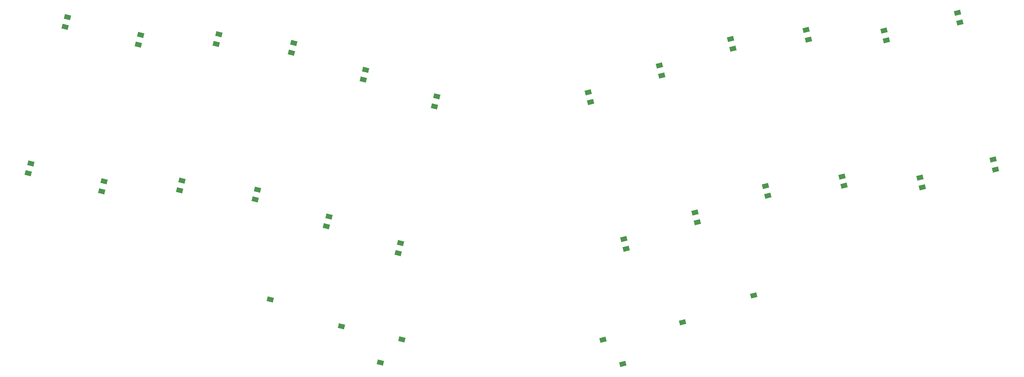
<source format=gtp>
%TF.GenerationSoftware,KiCad,Pcbnew,(6.0.0-0)*%
%TF.CreationDate,2022-01-08T14:54:33+00:00*%
%TF.ProjectId,atreis,61747265-6973-42e6-9b69-6361645f7063,rev?*%
%TF.SameCoordinates,Original*%
%TF.FileFunction,Paste,Top*%
%TF.FilePolarity,Positive*%
%FSLAX46Y46*%
G04 Gerber Fmt 4.6, Leading zero omitted, Abs format (unit mm)*
G04 Created by KiCad (PCBNEW (6.0.0-0)) date 2022-01-08 14:54:33*
%MOMM*%
%LPD*%
G01*
G04 APERTURE LIST*
G04 Aperture macros list*
%AMRotRect*
0 Rectangle, with rotation*
0 The origin of the aperture is its center*
0 $1 length*
0 $2 width*
0 $3 Rotation angle, in degrees counterclockwise*
0 Add horizontal line*
21,1,$1,$2,0,0,$3*%
G04 Aperture macros list end*
%ADD10RotRect,1.600000X1.200000X166.330000*%
%ADD11RotRect,1.600000X1.200000X193.670000*%
G04 APERTURE END LIST*
D10*
%TO.C,D28*%
X157694684Y-141737563D03*
%TD*%
%TO.C,D11*%
X147940206Y-76207526D03*
%TD*%
D11*
%TO.C,D54*%
X213452224Y-147936939D03*
%TD*%
%TO.C,D40*%
X298427287Y-61816048D03*
%TD*%
D10*
%TO.C,D24*%
X156782776Y-119921575D03*
%TD*%
D11*
%TO.C,D29*%
X204674877Y-79390326D03*
%TD*%
D10*
%TO.C,D8*%
X91268568Y-67390595D03*
%TD*%
D11*
%TO.C,D37*%
X241215398Y-68411738D03*
%TD*%
%TO.C,D43*%
X249372466Y-103024455D03*
%TD*%
%TO.C,D49*%
X249972743Y-105492507D03*
%TD*%
D10*
%TO.C,D12*%
X165910327Y-82930844D03*
%TD*%
D11*
%TO.C,D47*%
X214279305Y-118879117D03*
%TD*%
D10*
%TO.C,D23*%
X157383051Y-117453527D03*
%TD*%
D11*
%TO.C,D39*%
X279916912Y-66318124D03*
%TD*%
%TO.C,D55*%
X228453412Y-137389711D03*
%TD*%
%TO.C,D50*%
X269210141Y-102904839D03*
%TD*%
D10*
%TO.C,D16*%
X82017613Y-104351308D03*
%TD*%
D11*
%TO.C,D30*%
X222644999Y-72667006D03*
%TD*%
%TO.C,D31*%
X240615123Y-65943684D03*
%TD*%
D10*
%TO.C,D27*%
X152273810Y-147581595D03*
%TD*%
%TO.C,D26*%
X142485265Y-138402152D03*
%TD*%
D11*
%TO.C,D44*%
X268669893Y-100683598D03*
%TD*%
%TO.C,D41*%
X213679028Y-116411069D03*
%TD*%
D10*
%TO.C,D25*%
X124515144Y-131678834D03*
%TD*%
D11*
%TO.C,D42*%
X231649151Y-109687749D03*
%TD*%
%TO.C,D33*%
X279316637Y-63850075D03*
%TD*%
D10*
%TO.C,D10*%
X129846683Y-69454192D03*
%TD*%
D11*
%TO.C,D56*%
X246423533Y-130666386D03*
%TD*%
%TO.C,D38*%
X260266018Y-66130906D03*
%TD*%
D10*
%TO.C,D6*%
X166510604Y-80462797D03*
%TD*%
%TO.C,D17*%
X102268786Y-101696041D03*
%TD*%
D11*
%TO.C,D48*%
X232249425Y-112155797D03*
%TD*%
D10*
%TO.C,D2*%
X91868844Y-64922547D03*
%TD*%
D11*
%TO.C,D51*%
X288921064Y-103338866D03*
%TD*%
D10*
%TO.C,D22*%
X138689251Y-113168241D03*
%TD*%
%TO.C,D9*%
X110919465Y-67203375D03*
%TD*%
D11*
%TO.C,D36*%
X223245276Y-75135058D03*
%TD*%
%TO.C,D46*%
X306831161Y-96368742D03*
%TD*%
D10*
%TO.C,D1*%
X73358474Y-60420472D03*
%TD*%
D11*
%TO.C,D34*%
X297827007Y-59348000D03*
%TD*%
D10*
%TO.C,D21*%
X139289527Y-110700191D03*
%TD*%
%TO.C,D20*%
X120719127Y-106444919D03*
%TD*%
D11*
%TO.C,D45*%
X288320789Y-100870818D03*
%TD*%
D10*
%TO.C,D3*%
X111519741Y-64735327D03*
%TD*%
%TO.C,D14*%
X63507242Y-99849232D03*
%TD*%
D11*
%TO.C,D32*%
X259665740Y-63662856D03*
%TD*%
%TO.C,D52*%
X307431433Y-98836792D03*
%TD*%
D10*
%TO.C,D19*%
X121319406Y-103976872D03*
%TD*%
%TO.C,D13*%
X64107520Y-97381185D03*
%TD*%
D11*
%TO.C,D53*%
X208414902Y-141842778D03*
%TD*%
D10*
%TO.C,D5*%
X148540482Y-73739478D03*
%TD*%
%TO.C,D18*%
X101668510Y-104164089D03*
%TD*%
%TO.C,D15*%
X82617891Y-101883258D03*
%TD*%
%TO.C,D4*%
X130446959Y-66986143D03*
%TD*%
%TO.C,D7*%
X72758198Y-62888521D03*
%TD*%
D11*
%TO.C,D35*%
X205275155Y-81858377D03*
%TD*%
M02*

</source>
